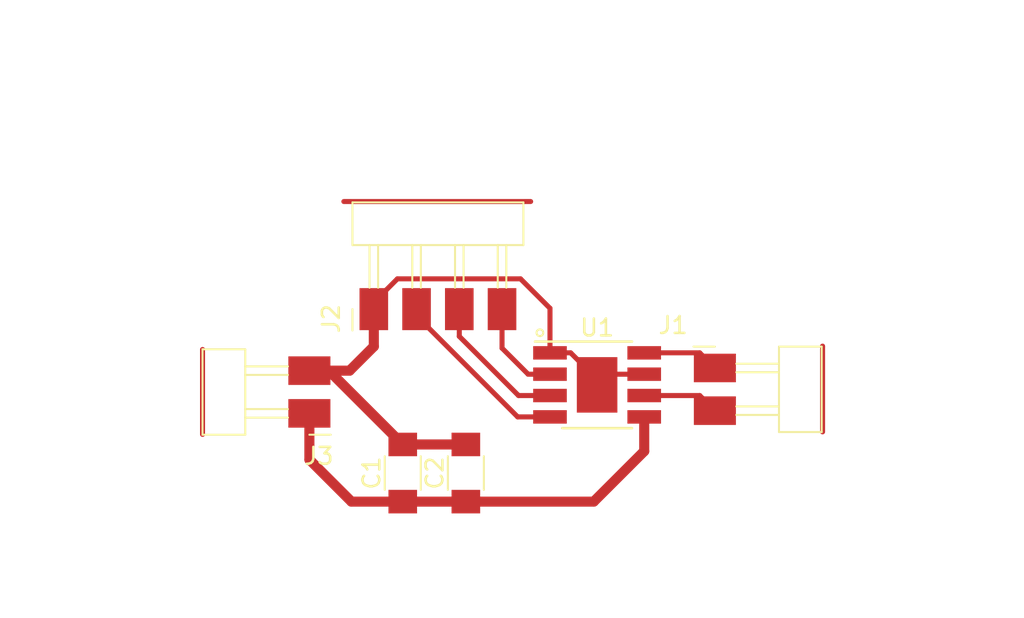
<source format=kicad_pcb>
(kicad_pcb (version 20240108) (generator "pcbnew") (generator_version "8.0")
  (layers (0 "F.Cu" signal) (31 "B.Cu" signal) (34 "B.Paste" user) (35 "F.Paste" user) (36 "B.SilkS" user "B.Silkscreen") (37 "F.SilkS" user "F.Silkscreen") (38 "B.Mask" user) (39 "F.Mask" user) (44 "Edge.Cuts" user))
  (net 0 "")
  (net 1 "VBB")
  (net 2 "GND")
  (net 3 "OUT1")
  (net 4 "OUT2")
  (net 5 "IN2")
  (net 6 "IN1")
  (net 7 "VREF")
  (footprint "fab:PinHeader_1x02_P2.54mm_Horizontal_SMD" (layer "F.Cu") (at 156.45 83.6)
    (property "Reference" "J1" (at -1.524 -2.54 360) (layer "F.SilkS") (effects (justify right)))
    (property "Value" "Conn_PinHeader_1x02_P2.54mm_Horizontal_SMD")
    (fp_line (start -1.27 -1.27) (end 0 -1.27) (stroke (width 0.12)) (layer "F.SilkS"))
    (fp_line (start 3.81 -1.27) (end 6.35 -1.27) (stroke (width 0.12)) (layer "F.SilkS"))
    (fp_line (start 3.81 -0.254) (end 1.27 -0.254) (stroke (width 0.12)) (layer "F.SilkS"))
    (fp_line (start 3.81 0.254) (end 1.27 0.254) (stroke (width 0.12)) (layer "F.SilkS"))
    (fp_line (start 3.81 2.286) (end 1.27 2.286) (stroke (width 0.12)) (layer "F.SilkS"))
    (fp_line (start 3.81 2.794) (end 1.27 2.794) (stroke (width 0.12)) (layer "F.SilkS"))
    (fp_line (start 3.81 3.81) (end 3.81 -1.27) (stroke (width 0.12)) (layer "F.SilkS"))
    (fp_line (start 6.35 -1.27) (end 6.35 3.81) (stroke (width 0.12)) (layer "F.SilkS"))
    (fp_line (start 6.35 3.81) (end 3.81 3.81) (stroke (width 0.12)) (layer "F.SilkS"))
    (pad "1" smd rect (at 0 0) (size 2.5 1.7) (layers "F.Cu" "F.Paste" "F.Mask") (net 4 "OUT2"))
    (pad "2" smd rect (at 0 2.54) (size 2.5 1.7) (layers "F.Cu" "F.Paste" "F.Mask") (net 3 "OUT1"))
  )
  (footprint "fab:C_1206" (layer "F.Cu") (at 137.9 89.85 90)
    (property "Reference" "C1" (at 0 -1.85 270) (layer "F.SilkS"))
    (property "Value" "1uf")
    (fp_line (start -1 -1.07) (end 1 -1.07) (stroke (width 0.12)) (layer "F.SilkS"))
    (fp_line (start 1 1.07) (end -1 1.07) (stroke (width 0.12)) (layer "F.SilkS"))
    (pad "1" smd rect (at -1.7 0 90) (size 1.4 1.7) (layers "F.Cu" "F.Paste" "F.Mask") (net 1 "VBB"))
    (pad "2" smd rect (at 1.7 0 90) (size 1.4 1.7) (layers "F.Cu" "F.Paste" "F.Mask") (net 2 "GND"))
  )
  (footprint "fab:PinHeader_1x02_P2.54mm_Horizontal_SMD" (layer "F.Cu") (at 132.35 86.3 180)
    (property "Reference" "J3" (at -1.524 -2.54 180) (layer "F.SilkS") (effects (justify right)))
    (property "Value" "Conn_PinHeader_1x02_P2.54mm_Horizontal_SMD")
    (fp_line (start 6.35 3.81) (end 3.81 3.81) (stroke (width 0.12)) (layer "F.SilkS"))
    (fp_line (start 6.35 -1.27) (end 6.35 3.81) (stroke (width 0.12)) (layer "F.SilkS"))
    (fp_line (start 3.81 3.81) (end 3.81 -1.27) (stroke (width 0.12)) (layer "F.SilkS"))
    (fp_line (start 3.81 2.794) (end 1.27 2.794) (stroke (width 0.12)) (layer "F.SilkS"))
    (fp_line (start 3.81 2.286) (end 1.27 2.286) (stroke (width 0.12)) (layer "F.SilkS"))
    (fp_line (start 3.81 0.254) (end 1.27 0.254) (stroke (width 0.12)) (layer "F.SilkS"))
    (fp_line (start 3.81 -0.254) (end 1.27 -0.254) (stroke (width 0.12)) (layer "F.SilkS"))
    (fp_line (start 3.81 -1.27) (end 6.35 -1.27) (stroke (width 0.12)) (layer "F.SilkS"))
    (fp_line (start -1.27 -1.27) (end 0 -1.27) (stroke (width 0.12)) (layer "F.SilkS"))
    (pad "1" smd rect (at 0 0 180) (size 2.5 1.7) (layers "F.Cu" "F.Paste" "F.Mask") (net 1 "VBB"))
    (pad "2" smd rect (at 0 2.54 180) (size 2.5 1.7) (layers "F.Cu" "F.Paste" "F.Mask") (net 2 "GND"))
  )
  (footprint "fab:C_1206" (layer "F.Cu") (at 141.65 89.85 90)
    (property "Reference" "C2" (at 0 -1.85 270) (layer "F.SilkS"))
    (property "Value" "10uf")
    (fp_line (start -1 -1.07) (end 1 -1.07) (stroke (width 0.12)) (layer "F.SilkS"))
    (fp_line (start 1 1.07) (end -1 1.07) (stroke (width 0.12)) (layer "F.SilkS"))
    (pad "1" smd rect (at -1.7 0 90) (size 1.4 1.7) (layers "F.Cu" "F.Paste" "F.Mask") (net 1 "VBB"))
    (pad "2" smd rect (at 1.7 0 90) (size 1.4 1.7) (layers "F.Cu" "F.Paste" "F.Mask") (net 2 "GND"))
  )
  (footprint "fab:PinHeader_1x04_P2.54mm_Horizontal_SMD" (layer "F.Cu") (at 136.18 80.1 90)
    (property "Reference" "J2" (at -1.524 -2.54 270) (layer "F.SilkS") (effects (justify left)))
    (property "Value" "Conn_PinHeader_1x04_P2.54mm_Horizontal_SMD")
    (fp_line (start 6.35 -1.27) (end 6.35 8.89) (stroke (width 0.12)) (layer "F.SilkS"))
    (fp_line (start 3.81 -1.27) (end 6.35 -1.27) (stroke (width 0.12)) (layer "F.SilkS"))
    (fp_line (start -1.27 -1.27) (end 0 -1.27) (stroke (width 0.12)) (layer "F.SilkS"))
    (fp_line (start 3.81 -0.254) (end 1.27 -0.254) (stroke (width 0.12)) (layer "F.SilkS"))
    (fp_line (start 3.81 0.254) (end 1.27 0.254) (stroke (width 0.12)) (layer "F.SilkS"))
    (fp_line (start 3.81 2.286) (end 1.27 2.286) (stroke (width 0.12)) (layer "F.SilkS"))
    (fp_line (start 3.81 2.794) (end 1.27 2.794) (stroke (width 0.12)) (layer "F.SilkS"))
    (fp_line (start 3.81 4.826) (end 1.27 4.826) (stroke (width 0.12)) (layer "F.SilkS"))
    (fp_line (start 3.81 5.334) (end 1.27 5.334) (stroke (width 0.12)) (layer "F.SilkS"))
    (fp_line (start 3.81 7.366) (end 1.27 7.366) (stroke (width 0.12)) (layer "F.SilkS"))
    (fp_line (start 3.81 7.874) (end 1.27 7.874) (stroke (width 0.12)) (layer "F.SilkS"))
    (fp_line (start 6.35 8.89) (end 3.81 8.89) (stroke (width 0.12)) (layer "F.SilkS"))
    (fp_line (start 3.81 8.89) (end 3.81 -1.27) (stroke (width 0.12)) (layer "F.SilkS"))
    (pad "1" smd rect (at 0 0 90) (size 2.5 1.7) (layers "F.Cu" "F.Paste" "F.Mask") (net 2 "GND"))
    (pad "2" smd rect (at 0 2.54 90) (size 2.5 1.7) (layers "F.Cu" "F.Paste" "F.Mask") (net 7 "VREF"))
    (pad "3" smd rect (at 0 5.08 90) (size 2.5 1.7) (layers "F.Cu" "F.Paste" "F.Mask") (net 6 "IN1"))
    (pad "4" smd rect (at 0 7.62 90) (size 2.5 1.7) (layers "F.Cu" "F.Paste" "F.Mask") (net 5 "IN2"))
  )
  (footprint "fab:SOIC-8_3.9x4.9mm_P1.27mm_EP2.41x3.3mm" (layer "F.Cu") (at 149.45 84.605)
    (property "Reference" "U1" (at 0 -3.4 0) (layer "F.SilkS"))
    (property "Value" "MotorDriver_FullBridge_A4953")
    (fp_line (start -3.69 -2.575) (end 2.075 -2.575) (stroke (width 0.15)) (layer "F.SilkS"))
    (fp_line (start -2.075 2.575) (end 2.075 2.575) (stroke (width 0.15)) (layer "F.SilkS"))
    (fp_circle (center -3.4 -3.1) (end -3.2 -3.1) (stroke (width 0.12)) (fill none) (layer "F.SilkS"))
    (pad "1" smd rect (at -2.8 -1.905) (size 2 0.8) (layers "F.Cu" "F.Paste" "F.Mask") (net 2 "GND"))
    (pad "2" smd rect (at -2.8 -0.635) (size 2 0.8) (layers "F.Cu" "F.Paste" "F.Mask") (net 5 "IN2"))
    (pad "3" smd rect (at -2.8 0.635) (size 2 0.8) (layers "F.Cu" "F.Paste" "F.Mask") (net 6 "IN1"))
    (pad "4" smd rect (at -2.8 1.905) (size 2 0.8) (layers "F.Cu" "F.Paste" "F.Mask") (net 7 "VREF"))
    (pad "5" smd rect (at 2.8 1.905) (size 2 0.8) (layers "F.Cu" "F.Paste" "F.Mask") (net 1 "VBB"))
    (pad "6" smd rect (at 2.8 0.635) (size 2 0.8) (layers "F.Cu" "F.Paste" "F.Mask") (net 3 "OUT1"))
    (pad "7" smd rect (at 2.8 -0.635) (size 2 0.8) (layers "F.Cu" "F.Paste" "F.Mask") (net 2 "GND"))
    (pad "8" smd rect (at 2.8 -1.905) (size 2 0.8) (layers "F.Cu" "F.Paste" "F.Mask") (net 4 "OUT2"))
    (pad "9" smd rect (at 0 0) (size 2.41 3.3) (layers "F.Cu" "F.Paste" "F.Mask") (net 2 "GND"))
  )
  (segment (start 134.4 73.7) (end 145.5 73.7) (width 0.3) (layer "F.Cu") (net 0))
  (segment (start 162.85 82.35) (end 162.85 87.4) (width 0.3) (layer "F.Cu") (net 0))
  (segment (start 162.85 82.3) (end 162.85 82.35) (width 0.3) (layer "F.Cu") (net 0))
  (segment (start 126 82.5) (end 126 87.55) (width 0.3) (layer "F.Cu") (net 0))
  (segment (start 141.65 91.55) (end 149.25 91.55) (width 0.6) (layer "F.Cu") (net 1))
  (segment (start 152.25 88.55) (end 152.25 86.51) (width 0.6) (layer "F.Cu") (net 1))
  (segment (start 132.35 89.05) (end 134.85 91.55) (width 0.6) (layer "F.Cu") (net 1))
  (segment (start 137.9 91.55) (end 141.65 91.55) (width 0.6) (layer "F.Cu") (net 1))
  (segment (start 132.35 86.3) (end 132.35 89.05) (width 0.6) (layer "F.Cu") (net 1))
  (segment (start 149.25 91.55) (end 152.25 88.55) (width 0.6) (layer "F.Cu") (net 1))
  (segment (start 134.85 91.55) (end 137.9 91.55) (width 0.6) (layer "F.Cu") (net 1))
  (segment (start 146.65 80.05) (end 146.65 82.7) (width 0.3) (layer "F.Cu") (net 2))
  (segment (start 144.9 78.3) (end 146.65 80.05) (width 0.3) (layer "F.Cu") (net 2))
  (segment (start 149.45 84.27) (end 147.88 82.7) (width 0.3) (layer "F.Cu") (net 2))
  (segment (start 149.45 84.605) (end 149.45 84.27) (width 0.3) (layer "F.Cu") (net 2))
  (segment (start 147.88 82.7) (end 146.65 82.7) (width 0.3) (layer "F.Cu") (net 2))
  (segment (start 152.25 83.97) (end 150.085 83.97) (width 0.3) (layer "F.Cu") (net 2))
  (segment (start 136.18 80.1) (end 136.18 82.32) (width 0.6) (layer "F.Cu") (net 2))
  (segment (start 133.51 83.76) (end 137.9 88.15) (width 0.6) (layer "F.Cu") (net 2))
  (segment (start 136.18 80.1) (end 136.18 79.7) (width 0.3) (layer "F.Cu") (net 2))
  (segment (start 150.085 83.97) (end 149.45 84.605) (width 0.3) (layer "F.Cu") (net 2))
  (segment (start 136.18 82.32) (end 134.74 83.76) (width 0.6) (layer "F.Cu") (net 2))
  (segment (start 136.18 79.7) (end 137.58 78.3) (width 0.3) (layer "F.Cu") (net 2))
  (segment (start 134.74 83.76) (end 132.35 83.76) (width 0.6) (layer "F.Cu") (net 2))
  (segment (start 137.9 88.15) (end 141.65 88.15) (width 0.6) (layer "F.Cu") (net 2))
  (segment (start 137.58 78.3) (end 144.9 78.3) (width 0.3) (layer "F.Cu") (net 2))
  (segment (start 132.35 83.76) (end 133.51 83.76) (width 0.6) (layer "F.Cu") (net 2))
  (segment (start 155.55 85.24) (end 156.45 86.14) (width 0.3) (layer "F.Cu") (net 3))
  (segment (start 152.25 85.24) (end 155.55 85.24) (width 0.3) (layer "F.Cu") (net 3))
  (segment (start 152.25 82.7) (end 155.55 82.7) (width 0.3) (layer "F.Cu") (net 4))
  (segment (start 155.55 82.7) (end 156.45 83.6) (width 0.3) (layer "F.Cu") (net 4))
  (segment (start 143.8 82.42) (end 145.35 83.97) (width 0.3) (layer "F.Cu") (net 5))
  (segment (start 143.8 80.1) (end 143.8 82.42) (width 0.3) (layer "F.Cu") (net 5))
  (segment (start 145.35 83.97) (end 146.65 83.97) (width 0.3) (layer "F.Cu") (net 5))
  (segment (start 141.26 80.1) (end 141.26 81.72) (width 0.3) (layer "F.Cu") (net 6))
  (segment (start 141.26 81.72) (end 144.78 85.24) (width 0.3) (layer "F.Cu") (net 6))
  (segment (start 144.78 85.24) (end 146.65 85.24) (width 0.3) (layer "F.Cu") (net 6))
  (segment (start 138.72 80.1) (end 138.72 80.5) (width 0.3) (layer "F.Cu") (net 7))
  (segment (start 138.72 80.5) (end 144.73 86.51) (width 0.3) (layer "F.Cu") (net 7))
  (segment (start 144.73 86.51) (end 146.65 86.51) (width 0.3) (layer "F.Cu") (net 7))
)
</source>
